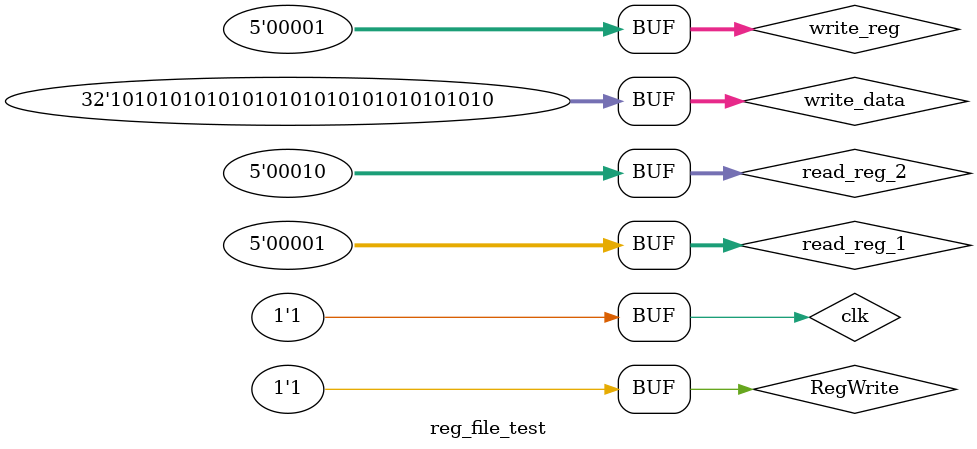
<source format=v>
`timescale 1ns / 1ps

module reg_file_test;

	// Inputs
	reg clk;
	reg RegWrite;
	reg [4:0] read_reg_1;
	reg [4:0] read_reg_2;
	reg [4:0] write_reg;
	reg [31:0] write_data;

	// Outputs
	wire [31:0] read_data_1;
	wire [31:0] read_data_2;

	// Instantiate the Unit Under Test (UUT)
	reg_file uut (
		.clk(clk), 
		.RegWrite(RegWrite), 
		.read_reg_1(read_reg_1), 
		.read_reg_2(read_reg_2), 
		.write_reg(write_reg), 
		.write_data(write_data), 
		.read_data_1(read_data_1), 
		.read_data_2(read_data_2)
	);

	initial begin
		
		// Writing to zero register.
		clk = 0;
		RegWrite = 1;
		read_reg_1 = 0;
		read_reg_2 = 0;
		write_reg = 0;
		write_data = 32'hAAAAAAAA;
		#100;
		clk = 1;
		#100;
		
		// Writing to register number #1, and reading register number #1 and #2. 
		clk = 0;
		RegWrite = 1;
		read_reg_1 = 5'b00001;
		read_reg_2 = 5'b00010;
		write_reg = 5'b00001;
		write_data = 32'hAAAAAAAA;
		#100;
		clk = 1;
		#100;
        

	end
      
endmodule


</source>
